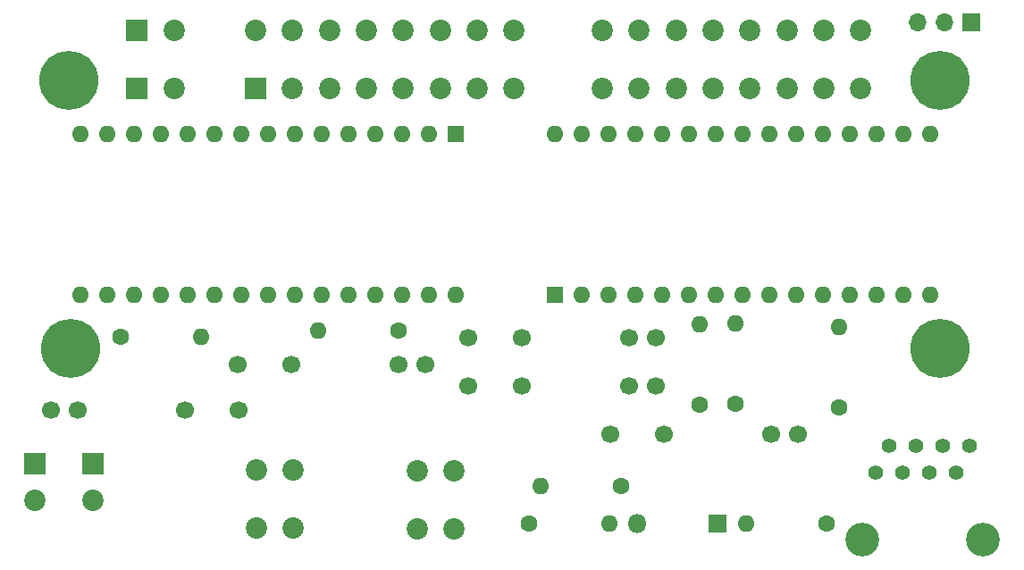
<source format=gts>
G04 #@! TF.GenerationSoftware,KiCad,Pcbnew,7.0.7*
G04 #@! TF.CreationDate,2024-09-25T19:28:55-07:00*
G04 #@! TF.ProjectId,ACS Arduino Board,41435320-4172-4647-9569-6e6f20426f61,rev?*
G04 #@! TF.SameCoordinates,Original*
G04 #@! TF.FileFunction,Soldermask,Top*
G04 #@! TF.FilePolarity,Negative*
%FSLAX46Y46*%
G04 Gerber Fmt 4.6, Leading zero omitted, Abs format (unit mm)*
G04 Created by KiCad (PCBNEW 7.0.7) date 2024-09-25 19:28:55*
%MOMM*%
%LPD*%
G01*
G04 APERTURE LIST*
%ADD10C,1.700000*%
%ADD11R,1.800000X1.800000*%
%ADD12O,1.800000X1.800000*%
%ADD13C,1.600000*%
%ADD14O,1.600000X1.600000*%
%ADD15R,1.600000X1.600000*%
%ADD16C,3.600000*%
%ADD17C,5.600000*%
%ADD18C,3.200400*%
%ADD19C,1.397000*%
%ADD20R,2.025000X2.025000*%
%ADD21C,2.025000*%
%ADD22R,1.700000X1.700000*%
%ADD23O,1.700000X1.700000*%
G04 APERTURE END LIST*
D10*
X87451000Y-67056000D03*
X84911000Y-67056000D03*
X74751000Y-67056000D03*
X69671000Y-67056000D03*
D11*
X93280000Y-80060000D03*
D12*
X85660000Y-80060000D03*
D13*
X91530000Y-68770000D03*
D14*
X91530000Y-61150000D03*
D13*
X94950000Y-68710000D03*
D14*
X94950000Y-61090000D03*
D10*
X30095000Y-69272861D03*
X32635000Y-69272861D03*
X42795000Y-69272861D03*
X47875000Y-69272861D03*
D15*
X68410000Y-43160000D03*
D14*
X65870000Y-43160000D03*
X63330000Y-43160000D03*
X60790000Y-43160000D03*
X58250000Y-43160000D03*
X55710000Y-43160000D03*
X53170000Y-43160000D03*
X50630000Y-43160000D03*
X48090000Y-43160000D03*
X45550000Y-43160000D03*
X43010000Y-43160000D03*
X40470000Y-43160000D03*
X37930000Y-43160000D03*
X35390000Y-43160000D03*
X32850000Y-43160000D03*
X32850000Y-58400000D03*
X35390000Y-58400000D03*
X37930000Y-58400000D03*
X40470000Y-58400000D03*
X43010000Y-58400000D03*
X45550000Y-58400000D03*
X48090000Y-58400000D03*
X50630000Y-58400000D03*
X53170000Y-58400000D03*
X55710000Y-58400000D03*
X58250000Y-58400000D03*
X60790000Y-58400000D03*
X63330000Y-58400000D03*
X65870000Y-58400000D03*
X68410000Y-58400000D03*
D15*
X77840000Y-58380000D03*
D14*
X80380000Y-58380000D03*
X82920000Y-58380000D03*
X85460000Y-58380000D03*
X88000000Y-58380000D03*
X90540000Y-58380000D03*
X93080000Y-58380000D03*
X95620000Y-58380000D03*
X98160000Y-58380000D03*
X100700000Y-58380000D03*
X103240000Y-58380000D03*
X105780000Y-58380000D03*
X108320000Y-58380000D03*
X110860000Y-58380000D03*
X113400000Y-58380000D03*
X113400000Y-43140000D03*
X110860000Y-43140000D03*
X108320000Y-43140000D03*
X105780000Y-43140000D03*
X103240000Y-43140000D03*
X100700000Y-43140000D03*
X98160000Y-43140000D03*
X95620000Y-43140000D03*
X93080000Y-43140000D03*
X90540000Y-43140000D03*
X88000000Y-43140000D03*
X85460000Y-43140000D03*
X82920000Y-43140000D03*
X80380000Y-43140000D03*
X77840000Y-43140000D03*
D13*
X75430000Y-80060000D03*
D14*
X83050000Y-80060000D03*
D16*
X114300000Y-63500000D03*
D17*
X114300000Y-63500000D03*
D13*
X104760000Y-69070000D03*
D14*
X104760000Y-61450000D03*
D13*
X63019999Y-61730000D03*
D14*
X55399999Y-61730000D03*
D13*
X103580000Y-80060000D03*
D14*
X95960000Y-80060000D03*
D13*
X84110000Y-76540000D03*
D14*
X76490000Y-76540000D03*
D18*
X106939900Y-81574600D03*
X118369900Y-81574600D03*
D19*
X108209900Y-75224600D03*
X109479900Y-72684600D03*
X110749900Y-75224600D03*
X112019900Y-72684600D03*
X113289900Y-75224600D03*
X114559900Y-72684600D03*
X115829900Y-75224600D03*
X117099900Y-72684600D03*
D10*
X87451000Y-62427139D03*
X84911000Y-62427139D03*
X74751000Y-62427139D03*
X69671000Y-62427139D03*
D20*
X28590000Y-74360000D03*
X34090000Y-74360000D03*
D21*
X28590000Y-77860000D03*
X34090000Y-77860000D03*
D20*
X38260000Y-38790000D03*
X38260000Y-33290000D03*
D21*
X41760000Y-38790000D03*
X41760000Y-33290000D03*
X53058000Y-75020000D03*
X53058000Y-80520000D03*
X49558000Y-75020000D03*
X49558000Y-80520000D03*
D16*
X31750000Y-38100000D03*
D17*
X31750000Y-38100000D03*
D21*
X82330000Y-38790000D03*
X82330000Y-33290000D03*
X85830000Y-38790000D03*
X85830000Y-33290000D03*
X89330000Y-38790000D03*
X89330000Y-33290000D03*
X92830000Y-38790000D03*
X92830000Y-33290000D03*
X96330000Y-38790000D03*
X96330000Y-33290000D03*
X99830000Y-38790000D03*
X99830000Y-33290000D03*
X103330000Y-38790000D03*
X103330000Y-33290000D03*
X106830000Y-38790000D03*
X106830000Y-33290000D03*
D13*
X36710000Y-62360000D03*
D14*
X44330000Y-62360000D03*
D22*
X117333000Y-32537000D03*
D23*
X114793000Y-32537000D03*
X112253000Y-32537000D03*
D10*
X65570000Y-64989999D03*
X63030000Y-64989999D03*
X52870000Y-64989999D03*
X47790000Y-64989999D03*
X100838000Y-71571139D03*
X98298000Y-71571139D03*
X88138000Y-71571139D03*
X83058000Y-71571139D03*
D16*
X31990000Y-63500000D03*
D17*
X31990000Y-63500000D03*
D21*
X64790000Y-80580000D03*
X64790000Y-75080000D03*
X68290000Y-80580000D03*
X68290000Y-75080000D03*
D20*
X49490000Y-38790000D03*
D21*
X49490000Y-33290000D03*
X52990000Y-38790000D03*
X52990000Y-33290000D03*
X56490000Y-38790000D03*
X56490000Y-33290000D03*
X59990000Y-38790000D03*
X59990000Y-33290000D03*
X63490000Y-38790000D03*
X63490000Y-33290000D03*
X66990000Y-38790000D03*
X66990000Y-33290000D03*
X70490000Y-38790000D03*
X70490000Y-33290000D03*
X73990000Y-38790000D03*
X73990000Y-33290000D03*
D16*
X114300000Y-38100000D03*
D17*
X114300000Y-38100000D03*
M02*

</source>
